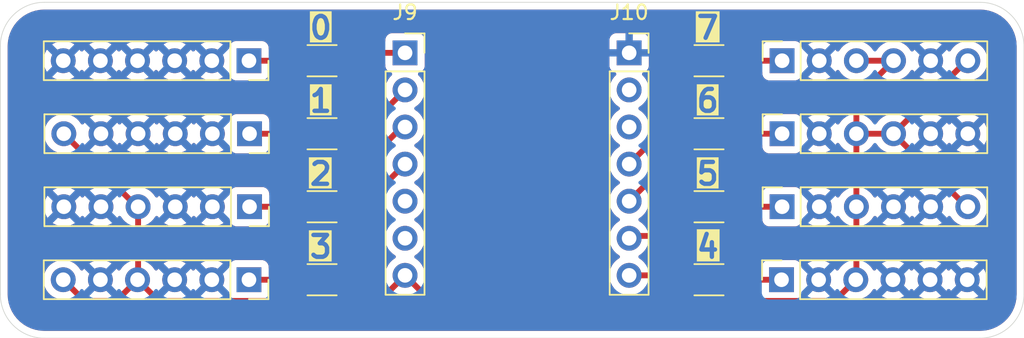
<source format=kicad_pcb>
(kicad_pcb (version 20241229) (generator "pcbnew") (generator_version "9.0")
  (layers (0 "F.Cu" signal) (2 "B.Cu" signal) (13 "F.Paste" user) (15 "B.Paste" user) (5 "F.SilkS" user "F.Silkscreen") (7 "B.SilkS" user "B.Silkscreen") (1 "F.Mask" user) (3 "B.Mask" user) (25 "Edge.Cuts" user))
  (net 0 "")
  (net 1 "GND")
  (net 2 "LED1")
  (net 3 "LED5")
  (net 4 "LED4")
  (net 5 "Pull up")
  (net 6 "LED7")
  (net 7 "LED3")
  (net 8 "LED2")
  (net 9 "LED6")
  (net 10 "LED8")
  (net 11 "Net-(J6-Pin_1)")
  (net 12 "Net-(J2-Pin_1)")
  (net 13 "Net-(J1-Pin_1)")
  (net 14 "Net-(J3-Pin_1)")
  (net 15 "Net-(J5-Pin_1)")
  (net 16 "Net-(J4-Pin_1)")
  (net 17 "Net-(J7-Pin_1)")
  (net 18 "Net-(J8-Pin_1)")
  (footprint "Connector_PinSocket_2.54mm:PinSocket_1x06_P2.54mm_Vertical" (layer "F.Cu") (at 217.46 71 90)
    (property "Reference" "J4" (hide yes))
    (property "Value" "Socket 06" (hide yes))
    (fp_line (start 1.33 -1.33) (end 1.33 0) (stroke (width 0.12)) (layer "F.SilkS"))
    (fp_line (start 0 -1.33) (end 1.33 -1.33) (stroke (width 0.12)) (layer "F.SilkS"))
    (fp_line (start 1.33 1.27) (end 1.33 14.03) (stroke (width 0.12)) (layer "F.SilkS"))
    (fp_line (start -1.33 1.27) (end 1.33 1.27) (stroke (width 0.12)) (layer "F.SilkS"))
    (fp_line (start -1.33 1.27) (end -1.33 14.03) (stroke (width 0.12)) (layer "F.SilkS"))
    (fp_line (start -1.33 14.03) (end 1.33 14.03) (stroke (width 0.12)) (layer "F.SilkS"))
    (pad "1" thru_hole rect (at 0 0 90) (size 1.7 1.7) (drill 1) (layers "*.Cu" "*.Mask") (net 16 "Net-(J4-Pin_1)"))
    (pad "2" thru_hole circle (at 0 2.54 90) (size 1.7 1.7) (drill 1) (layers "*.Cu" "*.Mask") (net 1 "GND"))
    (pad "3" thru_hole circle (at 0 5.08 90) (size 1.7 1.7) (drill 1) (layers "*.Cu" "*.Mask") (net 5 "Pull up"))
    (pad "4" thru_hole circle (at 0 7.62 90) (size 1.7 1.7) (drill 1) (layers "*.Cu" "*.Mask") (net 1 "GND"))
    (pad "5" thru_hole circle (at 0 10.16 90) (size 1.7 1.7) (drill 1) (layers "*.Cu" "*.Mask") (net 1 "GND"))
    (pad "6" thru_hole circle (at 0 12.7 90) (size 1.7 1.7) (drill 1) (layers "*.Cu" "*.Mask") (net 5 "Pull up"))
  )
  (footprint "Connector_PinSocket_2.54mm:PinSocket_1x06_P2.54mm_Vertical" (layer "F.Cu") (at 217.46 61 90)
    (property "Reference" "J8" (hide yes))
    (property "Value" "Socket 08" (hide yes))
    (fp_line (start 1.33 -1.33) (end 1.33 0) (stroke (width 0.12)) (layer "F.SilkS"))
    (fp_line (start 0 -1.33) (end 1.33 -1.33) (stroke (width 0.12)) (layer "F.SilkS"))
    (fp_line (start 1.33 1.27) (end 1.33 14.03) (stroke (width 0.12)) (layer "F.SilkS"))
    (fp_line (start -1.33 1.27) (end 1.33 1.27) (stroke (width 0.12)) (layer "F.SilkS"))
    (fp_line (start -1.33 1.27) (end -1.33 14.03) (stroke (width 0.12)) (layer "F.SilkS"))
    (fp_line (start -1.33 14.03) (end 1.33 14.03) (stroke (width 0.12)) (layer "F.SilkS"))
    (pad "1" thru_hole rect (at 0 0 90) (size 1.7 1.7) (drill 1) (layers "*.Cu" "*.Mask") (net 18 "Net-(J8-Pin_1)"))
    (pad "2" thru_hole circle (at 0 2.54 90) (size 1.7 1.7) (drill 1) (layers "*.Cu" "*.Mask") (net 1 "GND"))
    (pad "3" thru_hole circle (at 0 5.08 90) (size 1.7 1.7) (drill 1) (layers "*.Cu" "*.Mask") (net 5 "Pull up"))
    (pad "4" thru_hole circle (at 0 7.62 90) (size 1.7 1.7) (drill 1) (layers "*.Cu" "*.Mask") (net 5 "Pull up"))
    (pad "5" thru_hole circle (at 0 10.16 90) (size 1.7 1.7) (drill 1) (layers "*.Cu" "*.Mask") (net 1 "GND"))
    (pad "6" thru_hole circle (at 0 12.7 90) (size 1.7 1.7) (drill 1) (layers "*.Cu" "*.Mask") (net 5 "Pull up"))
  )
  (footprint "Connector_PinSocket_2.54mm:PinSocket_1x06_P2.54mm_Vertical" (layer "F.Cu") (at 181.04 66 -90)
    (property "Reference" "J1" (hide yes))
    (property "Value" "Socket 02" (hide yes))
    (fp_line (start -1.33 14.03) (end 1.33 14.03) (stroke (width 0.12)) (layer "F.SilkS"))
    (fp_line (start -1.33 1.27) (end -1.33 14.03) (stroke (width 0.12)) (layer "F.SilkS"))
    (fp_line (start -1.33 1.27) (end 1.33 1.27) (stroke (width 0.12)) (layer "F.SilkS"))
    (fp_line (start 1.33 1.27) (end 1.33 14.03) (stroke (width 0.12)) (layer "F.SilkS"))
    (fp_line (start 0 -1.33) (end 1.33 -1.33) (stroke (width 0.12)) (layer "F.SilkS"))
    (fp_line (start 1.33 -1.33) (end 1.33 0) (stroke (width 0.12)) (layer "F.SilkS"))
    (pad "1" thru_hole rect (at 0 0 270) (size 1.7 1.7) (drill 1) (layers "*.Cu" "*.Mask") (net 13 "Net-(J1-Pin_1)"))
    (pad "2" thru_hole circle (at 0 2.54 270) (size 1.7 1.7) (drill 1) (layers "*.Cu" "*.Mask") (net 1 "GND"))
    (pad "3" thru_hole circle (at 0 5.08 270) (size 1.7 1.7) (drill 1) (layers "*.Cu" "*.Mask") (net 1 "GND"))
    (pad "4" thru_hole circle (at 0 7.62 270) (size 1.7 1.7) (drill 1) (layers "*.Cu" "*.Mask") (net 1 "GND"))
    (pad "5" thru_hole circle (at 0 10.16 270) (size 1.7 1.7) (drill 1) (layers "*.Cu" "*.Mask") (net 1 "GND"))
    (pad "6" thru_hole circle (at 0 12.7 270) (size 1.7 1.7) (drill 1) (layers "*.Cu" "*.Mask") (net 5 "Pull up"))
  )
  (footprint "fab:R_1206" (layer "F.Cu") (at 212.46 61 180)
    (property "Reference" "R12" (hide yes))
    (property "Value" "Resistor" (hide yes))
    (fp_line (start 1 1.07) (end -1 1.07) (stroke (width 0.12)) (layer "F.SilkS"))
    (fp_line (start -1 -1.07) (end 1 -1.07) (stroke (width 0.12)) (layer "F.SilkS"))
    (pad "1" smd rect (at -1.5 0 180) (size 1.2 1.6) (layers "F.Cu" "F.Mask" "F.Paste") (net 18 "Net-(J8-Pin_1)"))
    (pad "2" smd rect (at 1.5 0 180) (size 1.2 1.6) (layers "F.Cu" "F.Mask" "F.Paste") (net 10 "LED8"))
  )
  (footprint "Connector_PinSocket_2.54mm:PinSocket_1x06_P2.54mm_Vertical" (layer "F.Cu") (at 181 61 -90)
    (property "Reference" "J3" (hide yes))
    (property "Value" "Socket 01" (hide yes))
    (fp_line (start -1.33 14.03) (end 1.33 14.03) (stroke (width 0.12)) (layer "F.SilkS"))
    (fp_line (start -1.33 1.27) (end -1.33 14.03) (stroke (width 0.12)) (layer "F.SilkS"))
    (fp_line (start -1.33 1.27) (end 1.33 1.27) (stroke (width 0.12)) (layer "F.SilkS"))
    (fp_line (start 1.33 1.27) (end 1.33 14.03) (stroke (width 0.12)) (layer "F.SilkS"))
    (fp_line (start 0 -1.33) (end 1.33 -1.33) (stroke (width 0.12)) (layer "F.SilkS"))
    (fp_line (start 1.33 -1.33) (end 1.33 0) (stroke (width 0.12)) (layer "F.SilkS"))
    (pad "1" thru_hole rect (at 0 0 270) (size 1.7 1.7) (drill 1) (layers "*.Cu" "*.Mask") (net 14 "Net-(J3-Pin_1)"))
    (pad "2" thru_hole circle (at 0 2.54 270) (size 1.7 1.7) (drill 1) (layers "*.Cu" "*.Mask") (net 1 "GND"))
    (pad "3" thru_hole circle (at 0 5.08 270) (size 1.7 1.7) (drill 1) (layers "*.Cu" "*.Mask") (net 1 "GND"))
    (pad "4" thru_hole circle (at 0 7.62 270) (size 1.7 1.7) (drill 1) (layers "*.Cu" "*.Mask") (net 1 "GND"))
    (pad "5" thru_hole circle (at 0 10.16 270) (size 1.7 1.7) (drill 1) (layers "*.Cu" "*.Mask") (net 1 "GND"))
    (pad "6" thru_hole circle (at 0 12.7 270) (size 1.7 1.7) (drill 1) (layers "*.Cu" "*.Mask") (net 1 "GND"))
  )
  (footprint "Connector_PinSocket_2.54mm:PinSocket_1x06_P2.54mm_Vertical" (layer "F.Cu") (at 217.42 76 90)
    (property "Reference" "J5" (hide yes))
    (property "Value" "Socket 05" (hide yes))
    (fp_line (start 1.33 -1.33) (end 1.33 0) (stroke (width 0.12)) (layer "F.SilkS"))
    (fp_line (start 0 -1.33) (end 1.33 -1.33) (stroke (width 0.12)) (layer "F.SilkS"))
    (fp_line (start 1.33 1.27) (end 1.33 14.03) (stroke (width 0.12)) (layer "F.SilkS"))
    (fp_line (start -1.33 1.27) (end 1.33 1.27) (stroke (width 0.12)) (layer "F.SilkS"))
    (fp_line (start -1.33 1.27) (end -1.33 14.03) (stroke (width 0.12)) (layer "F.SilkS"))
    (fp_line (start -1.33 14.03) (end 1.33 14.03) (stroke (width 0.12)) (layer "F.SilkS"))
    (pad "1" thru_hole rect (at 0 0 90) (size 1.7 1.7) (drill 1) (layers "*.Cu" "*.Mask") (net 15 "Net-(J5-Pin_1)"))
    (pad "2" thru_hole circle (at 0 2.54 90) (size 1.7 1.7) (drill 1) (layers "*.Cu" "*.Mask") (net 1 "GND"))
    (pad "3" thru_hole circle (at 0 5.08 90) (size 1.7 1.7) (drill 1) (layers "*.Cu" "*.Mask") (net 5 "Pull up"))
    (pad "4" thru_hole circle (at 0 7.62 90) (size 1.7 1.7) (drill 1) (layers "*.Cu" "*.Mask") (net 1 "GND"))
    (pad "5" thru_hole circle (at 0 10.16 90) (size 1.7 1.7) (drill 1) (layers "*.Cu" "*.Mask") (net 1 "GND"))
    (pad "6" thru_hole circle (at 0 12.7 90) (size 1.7 1.7) (drill 1) (layers "*.Cu" "*.Mask") (net 1 "GND"))
  )
  (footprint "Connector_PinSocket_2.54mm:PinSocket_1x06_P2.54mm_Vertical" (layer "F.Cu") (at 181.04 71 -90)
    (property "Reference" "J2" (hide yes))
    (property "Value" "Socket 03" (hide yes))
    (fp_line (start -1.33 14.03) (end 1.33 14.03) (stroke (width 0.12)) (layer "F.SilkS"))
    (fp_line (start -1.33 1.27) (end -1.33 14.03) (stroke (width 0.12)) (layer "F.SilkS"))
    (fp_line (start -1.33 1.27) (end 1.33 1.27) (stroke (width 0.12)) (layer "F.SilkS"))
    (fp_line (start 1.33 1.27) (end 1.33 14.03) (stroke (width 0.12)) (layer "F.SilkS"))
    (fp_line (start 0 -1.33) (end 1.33 -1.33) (stroke (width 0.12)) (layer "F.SilkS"))
    (fp_line (start 1.33 -1.33) (end 1.33 0) (stroke (width 0.12)) (layer "F.SilkS"))
    (pad "1" thru_hole rect (at 0 0 270) (size 1.7 1.7) (drill 1) (layers "*.Cu" "*.Mask") (net 12 "Net-(J2-Pin_1)"))
    (pad "2" thru_hole circle (at 0 2.54 270) (size 1.7 1.7) (drill 1) (layers "*.Cu" "*.Mask") (net 1 "GND"))
    (pad "3" thru_hole circle (at 0 5.08 270) (size 1.7 1.7) (drill 1) (layers "*.Cu" "*.Mask") (net 1 "GND"))
    (pad "4" thru_hole circle (at 0 7.62 270) (size 1.7 1.7) (drill 1) (layers "*.Cu" "*.Mask") (net 5 "Pull up"))
    (pad "5" thru_hole circle (at 0 10.16 270) (size 1.7 1.7) (drill 1) (layers "*.Cu" "*.Mask") (net 1 "GND"))
    (pad "6" thru_hole circle (at 0 12.7 270) (size 1.7 1.7) (drill 1) (layers "*.Cu" "*.Mask") (net 1 "GND"))
  )
  (footprint "fab:R_1206" (layer "F.Cu") (at 186 76)
    (property "Reference" "R1" (hide yes))
    (property "Value" "Resistor" (hide yes))
    (fp_line (start -1 -1.07) (end 1 -1.07) (stroke (width 0.12)) (layer "F.SilkS"))
    (fp_line (start 1 1.07) (end -1 1.07) (stroke (width 0.12)) (layer "F.SilkS"))
    (pad "1" smd rect (at -1.5 0) (size 1.2 1.6) (layers "F.Cu" "F.Mask" "F.Paste") (net 11 "Net-(J6-Pin_1)"))
    (pad "2" smd rect (at 1.5 0) (size 1.2 1.6) (layers "F.Cu" "F.Mask" "F.Paste") (net 4 "LED4"))
  )
  (footprint "Connector_PinSocket_2.54mm:PinSocket_1x07_P2.54mm_Vertical" (layer "F.Cu") (at 207 60.46)
    (property "Reference" "J10" (at 0 -2.77 0) (layer "F.SilkS"))
    (property "Value" "Xiao Right")
    (fp_line (start -1.33 1.27) (end -1.33 16.57) (stroke (width 0.12)) (layer "F.SilkS"))
    (fp_line (start -1.33 1.27) (end 1.33 1.27) (stroke (width 0.12)) (layer "F.SilkS"))
    (fp_line (start -1.33 16.57) (end 1.33 16.57) (stroke (width 0.12)) (layer "F.SilkS"))
    (fp_line (start 0 -1.33) (end 1.33 -1.33) (stroke (width 0.12)) (layer "F.SilkS"))
    (fp_line (start 1.33 -1.33) (end 1.33 0) (stroke (width 0.12)) (layer "F.SilkS"))
    (fp_line (start 1.33 1.27) (end 1.33 16.57) (stroke (width 0.12)) (layer "F.SilkS"))
    (pad "1" thru_hole rect (at 0 0) (size 1.7 1.7) (drill 1) (layers "*.Cu" "*.Mask") (net 1 "GND"))
    (pad "2" thru_hole circle (at 0 2.54) (size 1.7 1.7) (drill 1) (layers "*.Cu" "*.Mask"))
    (pad "3" thru_hole circle (at 0 5.08) (size 1.7 1.7) (drill 1) (layers "*.Cu" "*.Mask"))
    (pad "4" thru_hole circle (at 0 7.62) (size 1.7 1.7) (drill 1) (layers "*.Cu" "*.Mask") (net 10 "LED8"))
    (pad "5" thru_hole circle (at 0 10.16) (size 1.7 1.7) (drill 1) (layers "*.Cu" "*.Mask") (net 6 "LED7"))
    (pad "6" thru_hole circle (at 0 12.7) (size 1.7 1.7) (drill 1) (layers "*.Cu" "*.Mask") (net 9 "LED6"))
    (pad "7" thru_hole circle (at 0 15.24) (size 1.7 1.7) (drill 1) (layers "*.Cu" "*.Mask") (net 3 "LED5"))
  )
  (footprint "Connector_PinSocket_2.54mm:PinSocket_1x07_P2.54mm_Vertical" (layer "F.Cu") (at 191.675 60.46)
    (property "Reference" "J9" (at 0 -2.77 0) (layer "F.SilkS"))
    (property "Value" "Xiao Left")
    (fp_line (start -1.33 1.27) (end -1.33 16.57) (stroke (width 0.12)) (layer "F.SilkS"))
    (fp_line (start -1.33 1.27) (end 1.33 1.27) (stroke (width 0.12)) (layer "F.SilkS"))
    (fp_line (start -1.33 16.57) (end 1.33 16.57) (stroke (width 0.12)) (layer "F.SilkS"))
    (fp_line (start 0 -1.33) (end 1.33 -1.33) (stroke (width 0.12)) (layer "F.SilkS"))
    (fp_line (start 1.33 -1.33) (end 1.33 0) (stroke (width 0.12)) (layer "F.SilkS"))
    (fp_line (start 1.33 1.27) (end 1.33 16.57) (stroke (width 0.12)) (layer "F.SilkS"))
    (pad "1" thru_hole rect (at 0 0) (size 1.7 1.7) (drill 1) (layers "*.Cu" "*.Mask") (net 2 "LED1"))
    (pad "2" thru_hole circle (at 0 2.54) (size 1.7 1.7) (drill 1) (layers "*.Cu" "*.Mask") (net 8 "LED2"))
    (pad "3" thru_hole circle (at 0 5.08) (size 1.7 1.7) (drill 1) (layers "*.Cu" "*.Mask") (net 7 "LED3"))
    (pad "4" thru_hole circle (at 0 7.62) (size 1.7 1.7) (drill 1) (layers "*.Cu" "*.Mask") (net 4 "LED4"))
    (pad "5" thru_hole circle (at 0 10.16) (size 1.7 1.7) (drill 1) (layers "*.Cu" "*.Mask"))
    (pad "6" thru_hole circle (at 0 12.7) (size 1.7 1.7) (drill 1) (layers "*.Cu" "*.Mask"))
    (pad "7" thru_hole circle (at 0 15.24) (size 1.7 1.7) (drill 1) (layers "*.Cu" "*.Mask") (net 5 "Pull up"))
  )
  (footprint "fab:R_1206" (layer "F.Cu") (at 212.46 76 180)
    (property "Reference" "R9" (hide yes))
    (property "Value" "Resistor" (hide yes))
    (fp_line (start 1 1.07) (end -1 1.07) (stroke (width 0.12)) (layer "F.SilkS"))
    (fp_line (start -1 -1.07) (end 1 -1.07) (stroke (width 0.12)) (layer "F.SilkS"))
    (pad "1" smd rect (at -1.5 0 180) (size 1.2 1.6) (layers "F.Cu" "F.Mask" "F.Paste") (net 15 "Net-(J5-Pin_1)"))
    (pad "2" smd rect (at 1.5 0 180) (size 1.2 1.6) (layers "F.Cu" "F.Mask" "F.Paste") (net 3 "LED5"))
  )
  (footprint "fab:R_1206" (layer "F.Cu") (at 186 71)
    (property "Reference" "R2" (hide yes))
    (property "Value" "Resistor" (hide yes))
    (fp_line (start -1 -1.07) (end 1 -1.07) (stroke (width 0.12)) (layer "F.SilkS"))
    (fp_line (start 1 1.07) (end -1 1.07) (stroke (width 0.12)) (layer "F.SilkS"))
    (pad "1" smd rect (at -1.5 0) (size 1.2 1.6) (layers "F.Cu" "F.Mask" "F.Paste") (net 12 "Net-(J2-Pin_1)"))
    (pad "2" smd rect (at 1.5 0) (size 1.2 1.6) (layers "F.Cu" "F.Mask" "F.Paste") (net 7 "LED3"))
  )
  (footprint "Connector_PinSocket_2.54mm:PinSocket_1x06_P2.54mm_Vertical" (layer "F.Cu") (at 181 76 -90)
    (property "Reference" "J6" (hide yes))
    (property "Value" "Socket 04" (hide yes))
    (fp_line (start -1.33 14.03) (end 1.33 14.03) (stroke (width 0.12)) (layer "F.SilkS"))
    (fp_line (start -1.33 1.27) (end -1.33 14.03) (stroke (width 0.12)) (layer "F.SilkS"))
    (fp_line (start -1.33 1.27) (end 1.33 1.27) (stroke (width 0.12)) (layer "F.SilkS"))
    (fp_line (start 1.33 1.27) (end 1.33 14.03) (stroke (width 0.12)) (layer "F.SilkS"))
    (fp_line (start 0 -1.33) (end 1.33 -1.33) (stroke (width 0.12)) (layer "F.SilkS"))
    (fp_line (start 1.33 -1.33) (end 1.33 0) (stroke (width 0.12)) (layer "F.SilkS"))
    (pad "1" thru_hole rect (at 0 0 270) (size 1.7 1.7) (drill 1) (layers "*.Cu" "*.Mask") (net 11 "Net-(J6-Pin_1)"))
    (pad "2" thru_hole circle (at 0 2.54 270) (size 1.7 1.7) (drill 1) (layers "*.Cu" "*.Mask") (net 1 "GND"))
    (pad "3" thru_hole circle (at 0 5.08 270) (size 1.7 1.7) (drill 1) (layers "*.Cu" "*.Mask") (net 1 "GND"))
    (pad "4" thru_hole circle (at 0 7.62 270) (size 1.7 1.7) (drill 1) (layers "*.Cu" "*.Mask") (net 5 "Pull up"))
    (pad "5" thru_hole circle (at 0 10.16 270) (size 1.7 1.7) (drill 1) (layers "*.Cu" "*.Mask") (net 1 "GND"))
    (pad "6" thru_hole circle (at 0 12.7 270) (size 1.7 1.7) (drill 1) (layers "*.Cu" "*.Mask") (net 5 "Pull up"))
  )
  (footprint "fab:R_1206" (layer "F.Cu") (at 186 66)
    (property "Reference" "R7" (hide yes))
    (property "Value" "Resistor" (hide yes))
    (fp_line (start -1 -1.07) (end 1 -1.07) (stroke (width 0.12)) (layer "F.SilkS"))
    (fp_line (start 1 1.07) (end -1 1.07) (stroke (width 0.12)) (layer "F.SilkS"))
    (pad "1" smd rect (at -1.5 0) (size 1.2 1.6) (layers "F.Cu" "F.Mask" "F.Paste") (net 13 "Net-(J1-Pin_1)"))
    (pad "2" smd rect (at 1.5 0) (size 1.2 1.6) (layers "F.Cu" "F.Mask" "F.Paste") (net 8 "LED2"))
  )
  (footprint "fab:R_1206" (layer "F.Cu") (at 212.46 66 180)
    (property "Reference" "R11" (hide yes))
    (property "Value" "Resistor" (hide yes))
    (fp_line (start 1 1.07) (end -1 1.07) (stroke (width 0.12)) (layer "F.SilkS"))
    (fp_line (start -1 -1.07) (end 1 -1.07) (stroke (width 0.12)) (layer "F.SilkS"))
    (pad "1" smd rect (at -1.5 0 180) (size 1.2 1.6) (layers "F.Cu" "F.Mask" "F.Paste") (net 17 "Net-(J7-Pin_1)"))
    (pad "2" smd rect (at 1.5 0 180) (size 1.2 1.6) (layers "F.Cu" "F.Mask" "F.Paste") (net 6 "LED7"))
  )
  (footprint "fab:R_1206" (layer "F.Cu") (at 212.46 71 180)
    (property "Reference" "R10" (hide yes))
    (property "Value" "Resistor" (hide yes))
    (fp_line (start 1 1.07) (end -1 1.07) (stroke (width 0.12)) (layer "F.SilkS"))
    (fp_line (start -1 -1.07) (end 1 -1.07) (stroke (width 0.12)) (layer "F.SilkS"))
    (pad "1" smd rect (at -1.5 0 180) (size 1.2 1.6) (layers "F.Cu" "F.Mask" "F.Paste") (net 16 "Net-(J4-Pin_1)"))
    (pad "2" smd rect (at 1.5 0 180) (size 1.2 1.6) (layers "F.Cu" "F.Mask" "F.Paste") (net 9 "LED6"))
  )
  (footprint "Connector_PinSocket_2.54mm:PinSocket_1x06_P2.54mm_Vertical" (layer "F.Cu") (at 217.46 66 90)
    (property "Reference" "J7" (hide yes))
    (property "Value" "Socket 07" (hide yes))
    (fp_line (start 1.33 -1.33) (end 1.33 0) (stroke (width 0.12)) (layer "F.SilkS"))
    (fp_line (start 0 -1.33) (end 1.33 -1.33) (stroke (width 0.12)) (layer "F.SilkS"))
    (fp_line (start 1.33 1.27) (end 1.33 14.03) (stroke (width 0.12)) (layer "F.SilkS"))
    (fp_line (start -1.33 1.27) (end 1.33 1.27) (stroke (width 0.12)) (layer "F.SilkS"))
    (fp_line (start -1.33 1.27) (end -1.33 14.03) (stroke (width 0.12)) (layer "F.SilkS"))
    (fp_line (start -1.33 14.03) (end 1.33 14.03) (stroke (width 0.12)) (layer "F.SilkS"))
    (pad "1" thru_hole rect (at 0 0 90) (size 1.7 1.7) (drill 1) (layers "*.Cu" "*.Mask") (net 17 "Net-(J7-Pin_1)"))
    (pad "2" thru_hole circle (at 0 2.54 90) (size 1.7 1.7) (drill 1) (layers "*.Cu" "*.Mask") (net 1 "GND"))
    (pad "3" thru_hole circle (at 0 5.08 90) (size 1.7 1.7) (drill 1) (layers "*.Cu" "*.Mask") (net 5 "Pull up"))
    (pad "4" thru_hole circle (at 0 7.62 90) (size 1.7 1.7) (drill 1) (layers "*.Cu" "*.Mask") (net 5 "Pull up"))
    (pad "5" thru_hole circle (at 0 10.16 90) (size 1.7 1.7) (drill 1) (layers "*.Cu" "*.Mask") (net 1 "GND"))
    (pad "6" thru_hole circle (at 0 12.7 90) (size 1.7 1.7) (drill 1) (layers "*.Cu" "*.Mask") (net 1 "GND"))
  )
  (footprint "fab:R_1206" (layer "F.Cu") (at 186 61)
    (property "Reference" "R8" (hide yes))
    (property "Value" "Resistor" (hide yes))
    (fp_line (start -1 -1.07) (end 1 -1.07) (stroke (width 0.12)) (layer "F.SilkS"))
    (fp_line (start 1 1.07) (end -1 1.07) (stroke (width 0.12)) (layer "F.SilkS"))
    (pad "1" smd rect (at -1.5 0) (size 1.2 1.6) (layers "F.Cu" "F.Mask" "F.Paste") (net 14 "Net-(J3-Pin_1)"))
    (pad "2" smd rect (at 1.5 0) (size 1.2 1.6) (layers "F.Cu" "F.Mask" "F.Paste") (net 2 "LED1"))
  )
  (gr_line (start 167 57) (end 231 57) (stroke (width 0.05)) (layer "Edge.Cuts"))
  (gr_line (start 164 77) (end 164 60) (stroke (width 0.05)) (layer "Edge.Cuts"))
  (gr_arc (start 164 60) (mid 164.87868 57.87868) (end 167 57) (stroke (width 0.05)) (layer "Edge.Cuts"))
  (gr_line (start 231 80) (end 167 80) (stroke (width 0.05)) (layer "Edge.Cuts"))
  (gr_line (start 234 60) (end 234 77) (stroke (width 0.05)) (layer "Edge.Cuts"))
  (gr_arc (start 234 77) (mid 233.12132 79.12132) (end 231 80) (stroke (width 0.05)) (layer "Edge.Cuts"))
  (gr_arc (start 167 80) (mid 164.87868 79.12132) (end 164 77) (stroke (width 0.05)) (layer "Edge.Cuts"))
  (gr_arc (start 231 57) (mid 233.12132 57.87868) (end 234 60) (stroke (width 0.05)) (layer "Edge.Cuts"))
  (gr_text "5" (at 211.46 69.63 0) (layer "F.SilkS" knockout) (effects (font (size 1.5 1.5) (thickness 0.3) (bold yes)) (justify left bottom)))
  (gr_text "7" (at 211.46 59.63 0) (layer "F.SilkS" knockout) (effects (font (size 1.5 1.5) (thickness 0.3) (bold yes)) (justify left bottom)))
  (gr_text "3" (at 185 74.63 0) (layer "F.SilkS" knockout) (effects (font (size 1.5 1.5) (thickness 0.3) (bold yes)) (justify left bottom)))
  (gr_text "6" (at 211.46 64.63 0) (layer "F.SilkS" knockout) (effects (font (size 1.5 1.5) (thickness 0.3) (bold yes)) (justify left bottom)))
  (gr_text "2" (at 185 69.63 0) (layer "F.SilkS" knockout) (effects (font (size 1.5 1.5) (thickness 0.3) (bold yes)) (justify left bottom)))
  (gr_text "1" (at 185 64.63 0) (layer "F.SilkS" knockout) (effects (font (size 1.5 1.5) (thickness 0.3) (bold yes)) (justify left bottom)))
  (gr_text "4" (at 211.46 74.63 0) (layer "F.SilkS" knockout) (effects (font (size 1.5 1.5) (thickness 0.3) (bold yes)) (justify left bottom)))
  (gr_text "0" (at 185 59.63 0) (layer "F.SilkS" knockout) (effects (font (size 1.5 1.5) (thickness 0.3) (bold yes)) (justify left bottom)))
  (segment (start 188.04 60.46) (end 187.5 61) (width 0.4) (layer "F.Cu") (net 2))
  (segment (start 191.675 60.46) (end 188.04 60.46) (width 0.4) (layer "F.Cu") (net 2))
  (segment (start 210.66 75.7) (end 210.96 76) (width 0.4) (layer "F.Cu") (net 3))
  (segment (start 207 75.7) (end 210.66 75.7) (width 0.4) (layer "F.Cu") (net 3))
  (segment (start 190 69.755) (end 190 73.5) (width 0.4) (layer "F.Cu") (net 4))
  (segment (start 191.675 68.08) (end 190 69.755) (width 0.4) (layer "F.Cu") (net 4))
  (segment (start 190 73.5) (end 187.5 76) (width 0.4) (layer "F.Cu") (net 4))
  (segment (start 225.08 66) (end 230.08 71) (width 0.4) (layer "F.Cu") (net 5))
  (segment (start 168.3 76) (end 169.751 77.451) (width 0.4) (layer "F.Cu") (net 5))
  (segment (start 230.08 71) (end 230.16 71) (width 0.4) (layer "F.Cu") (net 5))
  (segment (start 173.42 71) (end 173.42 75.96) (width 0.4) (layer "F.Cu") (net 5))
  (segment (start 173.42 75.96) (end 173.38 76) (width 0.4) (layer "F.Cu") (net 5))
  (segment (start 173.34 71) (end 173.42 71) (width 0.4) (layer "F.Cu") (net 5))
  (segment (start 171.929 77.451) (end 173.38 76) (width 0.4) (layer "F.Cu") (net 5))
  (segment (start 222.54 71) (end 222.54 75.96) (width 0.4) (layer "F.Cu") (net 5))
  (segment (start 173.38 76) (end 174.831 77.451) (width 0.4) (layer "F.Cu") (net 5))
  (segment (start 222.54 66) (end 222.54 71) (width 0.4) (layer "F.Cu") (net 5))
  (segment (start 222.54 75.96) (end 222.5 76) (width 0.4) (layer "F.Cu") (net 5))
  (segment (start 225.08 66) (end 222.54 66) (width 0.4) (layer "F.Cu") (net 5))
  (segment (start 221.049 77.451) (end 222.5 76) (width 0.4) (layer "F.Cu") (net 5))
  (segment (start 193.426 77.451) (end 221.049 77.451) (width 0.4) (layer "F.Cu") (net 5))
  (segment (start 191.675 75.7) (end 193.426 77.451) (width 0.4) (layer "F.Cu") (net 5))
  (segment (start 225.08 61) (end 222.54 63.54) (width 0.4) (layer "F.Cu") (net 5))
  (segment (start 169.751 77.451) (end 171.929 77.451) (width 0.4) (layer "F.Cu") (net 5))
  (segment (start 174.831 77.451) (end 189.924 77.451) (width 0.4) (layer "F.Cu") (net 5))
  (segment (start 168.34 66) (end 173.34 71) (width 0.4) (layer "F.Cu") (net 5))
  (segment (start 225.08 66) (end 230.08 61) (width 0.4) (layer "F.Cu") (net 5))
  (segment (start 222.54 63.54) (end 222.54 66) (width 0.4) (layer "F.Cu") (net 5))
  (segment (start 189.924 77.451) (end 191.675 75.7) (width 0.4) (layer "F.Cu") (net 5))
  (segment (start 230.08 61) (end 230.16 61) (width 0.4) (layer "F.Cu") (net 5))
  (segment (start 222.54 61) (end 225.08 61) (width 0.4) (layer "F.Cu") (net 5))
  (segment (start 210.96 66.66) (end 210.96 66) (width 0.4) (layer "F.Cu") (net 6))
  (segment (start 207 70.62) (end 210.96 66.66) (width 0.4) (layer "F.Cu") (net 6))
  (segment (start 191.675 65.54) (end 191.46 65.54) (width 0.4) (layer "F.Cu") (net 7))
  (segment (start 191.46 65.54) (end 187.5 69.5) (width 0.4) (layer "F.Cu") (net 7))
  (segment (start 187.5 69.5) (end 187.5 71) (width 0.4) (layer "F.Cu") (net 7))
  (segment (start 188.675 66) (end 187.5 66) (width 0.4) (layer "F.Cu") (net 8))
  (segment (start 191.675 63) (end 188.675 66) (width 0.4) (layer "F.Cu") (net 8))
  (segment (start 207 73.16) (end 207.16 73) (width 0.4) (layer "F.Cu") (net 9))
  (segment (start 209.16 73) (end 210.96 71.2) (width 0.4) (layer "F.Cu") (net 9))
  (segment (start 210.96 71.2) (end 210.96 71) (width 0.4) (layer "F.Cu") (net 9))
  (segment (start 207.16 73) (end 209.16 73) (width 0.4) (layer "F.Cu") (net 9))
  (segment (start 209 66.08) (end 209 62.96) (width 0.4) (layer "F.Cu") (net 10))
  (segment (start 209 62.96) (end 210.96 61) (width 0.4) (layer "F.Cu") (net 10))
  (segment (start 207 68.08) (end 209 66.08) (width 0.4) (layer "F.Cu") (net 10))
  (segment (start 181 76) (end 184.5 76) (width 0.4) (layer "F.Cu") (net 11))
  (segment (start 184.5 71) (end 181.04 71) (width 0.4) (layer "F.Cu") (net 12))
  (segment (start 181.04 66) (end 184.5 66) (width 0.4) (layer "F.Cu") (net 13))
  (segment (start 184.5 61) (end 181 61) (width 0.4) (layer "F.Cu") (net 14))
  (segment (start 213.96 76) (end 217.42 76) (width 0.4) (layer "F.Cu") (net 15))
  (segment (start 213.96 71) (end 217.46 71) (width 0.4) (layer "F.Cu") (net 16))
  (segment (start 213.96 66) (end 217.46 66) (width 0.4) (layer "F.Cu") (net 17))
  (segment (start 213.96 61) (end 217.46 61) (width 0.4) (layer "F.Cu") (net 18))
  (zone (net 0) (net_name "") (layer "F.Cu") (connect_pads (clearance 0.5)) (min_thickness 0.25) (fill yes (thermal_gap 0.5) (thermal_bridge_width 0.5) (island_removal_mode 1) (island_area_min 10))
    (polygon (pts (xy 234 57) (xy 234 80) (xy 164 80) (xy 164 57)))
  )
  (zone (net 1) (net_name "GND") (layer "B.Cu") (priority 1) (connect_pads (clearance 0.5)) (min_thickness 0.25) (fill yes (thermal_gap 0.5) (thermal_bridge_width 0.5))
    (polygon (pts (xy 164 57) (xy 164 80) (xy 234 80) (xy 234 57)))
  )
)
</source>
